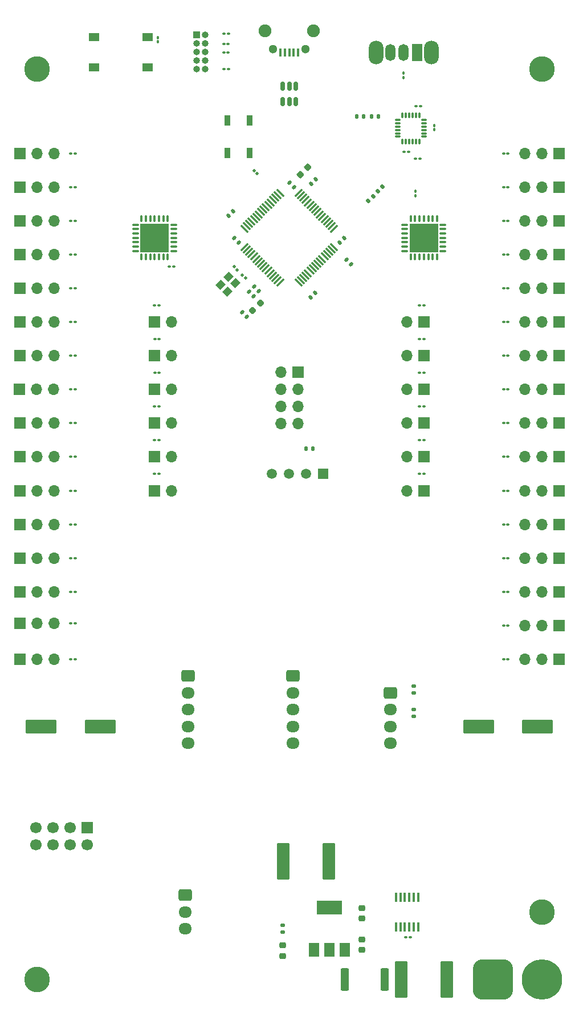
<source format=gts>
%TF.GenerationSoftware,KiCad,Pcbnew,7.0.5*%
%TF.CreationDate,2024-01-08T18:30:08+10:00*%
%TF.ProjectId,HEXCORE PCB Design v1,48455843-4f52-4452-9050-434220446573,rev?*%
%TF.SameCoordinates,Original*%
%TF.FileFunction,Soldermask,Top*%
%TF.FilePolarity,Negative*%
%FSLAX46Y46*%
G04 Gerber Fmt 4.6, Leading zero omitted, Abs format (unit mm)*
G04 Created by KiCad (PCBNEW 7.0.5) date 2024-01-08 18:30:08*
%MOMM*%
%LPD*%
G01*
G04 APERTURE LIST*
G04 Aperture macros list*
%AMRoundRect*
0 Rectangle with rounded corners*
0 $1 Rounding radius*
0 $2 $3 $4 $5 $6 $7 $8 $9 X,Y pos of 4 corners*
0 Add a 4 corners polygon primitive as box body*
4,1,4,$2,$3,$4,$5,$6,$7,$8,$9,$2,$3,0*
0 Add four circle primitives for the rounded corners*
1,1,$1+$1,$2,$3*
1,1,$1+$1,$4,$5*
1,1,$1+$1,$6,$7*
1,1,$1+$1,$8,$9*
0 Add four rect primitives between the rounded corners*
20,1,$1+$1,$2,$3,$4,$5,0*
20,1,$1+$1,$4,$5,$6,$7,0*
20,1,$1+$1,$6,$7,$8,$9,0*
20,1,$1+$1,$8,$9,$2,$3,0*%
%AMRotRect*
0 Rectangle, with rotation*
0 The origin of the aperture is its center*
0 $1 length*
0 $2 width*
0 $3 Rotation angle, in degrees counterclockwise*
0 Add horizontal line*
21,1,$1,$2,0,0,$3*%
G04 Aperture macros list end*
%ADD10RoundRect,0.100000X0.162635X-0.021213X-0.021213X0.162635X-0.162635X0.021213X0.021213X-0.162635X0*%
%ADD11R,0.900000X1.500000*%
%ADD12C,1.500000*%
%ADD13R,1.500000X1.500000*%
%ADD14RoundRect,0.100000X-0.130000X-0.100000X0.130000X-0.100000X0.130000X0.100000X-0.130000X0.100000X0*%
%ADD15R,1.500000X2.000000*%
%ADD16R,3.800000X2.000000*%
%ADD17RoundRect,0.100000X0.130000X0.100000X-0.130000X0.100000X-0.130000X-0.100000X0.130000X-0.100000X0*%
%ADD18R,1.700000X1.700000*%
%ADD19O,1.700000X1.700000*%
%ADD20RoundRect,0.140000X0.219203X0.021213X0.021213X0.219203X-0.219203X-0.021213X-0.021213X-0.219203X0*%
%ADD21RoundRect,0.100000X0.100000X-0.130000X0.100000X0.130000X-0.100000X0.130000X-0.100000X-0.130000X0*%
%ADD22RoundRect,0.250000X-0.725000X0.600000X-0.725000X-0.600000X0.725000X-0.600000X0.725000X0.600000X0*%
%ADD23O,1.950000X1.700000*%
%ADD24R,1.000000X1.000000*%
%ADD25O,1.000000X1.000000*%
%ADD26RoundRect,0.075000X0.075000X-0.437500X0.075000X0.437500X-0.075000X0.437500X-0.075000X-0.437500X0*%
%ADD27RoundRect,0.075000X0.437500X-0.075000X0.437500X0.075000X-0.437500X0.075000X-0.437500X-0.075000X0*%
%ADD28R,4.250000X4.250000*%
%ADD29RoundRect,0.075000X-0.441942X-0.548008X0.548008X0.441942X0.441942X0.548008X-0.548008X-0.441942X0*%
%ADD30RoundRect,0.075000X0.441942X-0.548008X0.548008X-0.441942X-0.441942X0.548008X-0.548008X0.441942X0*%
%ADD31RoundRect,0.225000X0.017678X-0.335876X0.335876X-0.017678X-0.017678X0.335876X-0.335876X0.017678X0*%
%ADD32RoundRect,0.225000X0.250000X-0.225000X0.250000X0.225000X-0.250000X0.225000X-0.250000X-0.225000X0*%
%ADD33RoundRect,0.250000X0.362500X1.425000X-0.362500X1.425000X-0.362500X-1.425000X0.362500X-1.425000X0*%
%ADD34O,2.200000X3.500000*%
%ADD35R,1.500000X2.500000*%
%ADD36O,1.500000X2.500000*%
%ADD37RoundRect,0.075000X-0.350000X-0.075000X0.350000X-0.075000X0.350000X0.075000X-0.350000X0.075000X0*%
%ADD38RoundRect,0.075000X0.075000X-0.350000X0.075000X0.350000X-0.075000X0.350000X-0.075000X-0.350000X0*%
%ADD39RoundRect,0.135000X-0.135000X-0.185000X0.135000X-0.185000X0.135000X0.185000X-0.135000X0.185000X0*%
%ADD40C,3.800000*%
%ADD41RoundRect,0.140000X-0.021213X0.219203X-0.219203X0.021213X0.021213X-0.219203X0.219203X-0.021213X0*%
%ADD42RoundRect,1.500000X-1.500000X-1.500000X1.500000X-1.500000X1.500000X1.500000X-1.500000X1.500000X0*%
%ADD43C,6.000000*%
%ADD44RoundRect,0.140000X0.021213X-0.219203X0.219203X-0.021213X-0.021213X0.219203X-0.219203X0.021213X0*%
%ADD45RoundRect,0.135000X-0.185000X0.135000X-0.185000X-0.135000X0.185000X-0.135000X0.185000X0.135000X0*%
%ADD46RoundRect,0.150000X-0.150000X0.512500X-0.150000X-0.512500X0.150000X-0.512500X0.150000X0.512500X0*%
%ADD47RoundRect,0.250001X2.049999X0.799999X-2.049999X0.799999X-2.049999X-0.799999X2.049999X-0.799999X0*%
%ADD48RoundRect,0.225000X-0.250000X0.225000X-0.250000X-0.225000X0.250000X-0.225000X0.250000X0.225000X0*%
%ADD49RoundRect,0.218750X-0.026517X0.335876X-0.335876X0.026517X0.026517X-0.335876X0.335876X-0.026517X0*%
%ADD50RoundRect,0.250000X-0.712500X-2.475000X0.712500X-2.475000X0.712500X2.475000X-0.712500X2.475000X0*%
%ADD51RoundRect,0.135000X0.185000X-0.135000X0.185000X0.135000X-0.185000X0.135000X-0.185000X-0.135000X0*%
%ADD52RotRect,1.150000X1.000000X225.000000*%
%ADD53RoundRect,0.218750X-0.256250X0.218750X-0.256250X-0.218750X0.256250X-0.218750X0.256250X0.218750X0*%
%ADD54RoundRect,0.135000X0.135000X0.185000X-0.135000X0.185000X-0.135000X-0.185000X0.135000X-0.185000X0*%
%ADD55RoundRect,0.250001X-2.049999X-0.799999X2.049999X-0.799999X2.049999X0.799999X-2.049999X0.799999X0*%
%ADD56RoundRect,0.135000X-0.035355X0.226274X-0.226274X0.035355X0.035355X-0.226274X0.226274X-0.035355X0*%
%ADD57RoundRect,0.140000X-0.219203X-0.021213X-0.021213X-0.219203X0.219203X0.021213X0.021213X0.219203X0*%
%ADD58R,0.450000X1.425000*%
%ADD59R,1.550000X1.300000*%
%ADD60RoundRect,0.100000X-0.162635X0.021213X0.021213X-0.162635X0.162635X-0.021213X-0.021213X0.162635X0*%
%ADD61RoundRect,0.075000X-0.075000X0.437500X-0.075000X-0.437500X0.075000X-0.437500X0.075000X0.437500X0*%
%ADD62RoundRect,0.075000X-0.437500X0.075000X-0.437500X-0.075000X0.437500X-0.075000X0.437500X0.075000X0*%
%ADD63R,0.400000X1.250000*%
%ADD64C,1.300000*%
%ADD65C,1.900000*%
%ADD66RoundRect,0.250000X0.712500X2.475000X-0.712500X2.475000X-0.712500X-2.475000X0.712500X-2.475000X0*%
%ADD67C,1.700000*%
G04 APERTURE END LIST*
D10*
%TO.C,R59*%
X74767678Y-55017678D03*
X75220226Y-55470226D03*
%TD*%
D11*
%TO.C,D3*%
X74100000Y-47550000D03*
X70800000Y-47550000D03*
X70800000Y-52450000D03*
X74100000Y-52450000D03*
%TD*%
D12*
%TO.C,U6*%
X77420000Y-100000000D03*
X79960000Y-100000000D03*
X82500000Y-100000000D03*
D13*
X85040000Y-100000000D03*
%TD*%
D14*
%TO.C,R9*%
X47525000Y-62500000D03*
X48165000Y-62500000D03*
%TD*%
D15*
%TO.C,U8*%
X83650000Y-170650000D03*
X85950000Y-170650000D03*
D16*
X85950000Y-164350000D03*
D15*
X88250000Y-170650000D03*
%TD*%
D14*
%TO.C,R13*%
X47525000Y-82500000D03*
X48165000Y-82500000D03*
%TD*%
D17*
%TO.C,R29*%
X112475000Y-127500000D03*
X111835000Y-127500000D03*
%TD*%
%TO.C,R25*%
X100000000Y-85000000D03*
X99360000Y-85000000D03*
%TD*%
D14*
%TO.C,R57*%
X62180000Y-69250000D03*
X62820000Y-69250000D03*
%TD*%
D18*
%TO.C,J35*%
X120040000Y-97500000D03*
D19*
X117500000Y-97500000D03*
X114960000Y-97500000D03*
%TD*%
D10*
%TO.C,C13*%
X73480277Y-70980277D03*
X73027729Y-70527729D03*
%TD*%
D20*
%TO.C,C7*%
X75428822Y-72928822D03*
X74750000Y-72250000D03*
%TD*%
D14*
%TO.C,R2*%
X60025000Y-85000000D03*
X60665000Y-85000000D03*
%TD*%
D18*
%TO.C,J40*%
X120040000Y-72500000D03*
D19*
X117500000Y-72500000D03*
X114960000Y-72500000D03*
%TD*%
D14*
%TO.C,R12*%
X47525000Y-77500000D03*
X48165000Y-77500000D03*
%TD*%
D18*
%TO.C,J24*%
X100000000Y-92460000D03*
D19*
X97460000Y-92460000D03*
%TD*%
D21*
%TO.C,C10*%
X60500000Y-35915000D03*
X60500000Y-35275000D03*
%TD*%
D22*
%TO.C,J57*%
X64500000Y-162500000D03*
D23*
X64500000Y-165000000D03*
X64500000Y-167500000D03*
%TD*%
D17*
%TO.C,R43*%
X112475000Y-57500000D03*
X111835000Y-57500000D03*
%TD*%
%TO.C,R27*%
X99975000Y-75000000D03*
X99335000Y-75000000D03*
%TD*%
D24*
%TO.C,J55*%
X66270000Y-34920000D03*
D25*
X67540000Y-34920000D03*
X66270000Y-36190000D03*
X67540000Y-36190000D03*
X66270000Y-37460000D03*
X67540000Y-37460000D03*
X66270000Y-38730000D03*
X67540000Y-38730000D03*
X66270000Y-40000000D03*
X67540000Y-40000000D03*
%TD*%
D26*
%TO.C,U3*%
X98050000Y-67837500D03*
X98700000Y-67837500D03*
X99350000Y-67837500D03*
X100000000Y-67837500D03*
X100650000Y-67837500D03*
X101300000Y-67837500D03*
X101950000Y-67837500D03*
D27*
X102837500Y-66950000D03*
X102837500Y-66300000D03*
X102837500Y-65650000D03*
X102837500Y-65000000D03*
X102837500Y-64350000D03*
X102837500Y-63700000D03*
X102837500Y-63050000D03*
D26*
X101950000Y-62162500D03*
X101300000Y-62162500D03*
X100650000Y-62162500D03*
X100000000Y-62162500D03*
X99350000Y-62162500D03*
X98700000Y-62162500D03*
X98050000Y-62162500D03*
D27*
X97162500Y-63050000D03*
X97162500Y-63700000D03*
X97162500Y-64350000D03*
X97162500Y-65000000D03*
X97162500Y-65650000D03*
X97162500Y-66300000D03*
X97162500Y-66950000D03*
D28*
X100000000Y-65000000D03*
%TD*%
D22*
%TO.C,J47*%
X95000000Y-132500000D03*
D23*
X95000000Y-135000000D03*
X95000000Y-137500000D03*
X95000000Y-140000000D03*
%TD*%
D29*
%TO.C,U1*%
X73335519Y-66361181D03*
X73689072Y-66714734D03*
X74042625Y-67068287D03*
X74396179Y-67421841D03*
X74749732Y-67775394D03*
X75103286Y-68128948D03*
X75456839Y-68482501D03*
X75810392Y-68836054D03*
X76163946Y-69189608D03*
X76517499Y-69543161D03*
X76871052Y-69896714D03*
X77224606Y-70250268D03*
X77578159Y-70603821D03*
X77931713Y-70957375D03*
X78285266Y-71310928D03*
X78638819Y-71664481D03*
D30*
X81361181Y-71664481D03*
X81714734Y-71310928D03*
X82068287Y-70957375D03*
X82421841Y-70603821D03*
X82775394Y-70250268D03*
X83128948Y-69896714D03*
X83482501Y-69543161D03*
X83836054Y-69189608D03*
X84189608Y-68836054D03*
X84543161Y-68482501D03*
X84896714Y-68128948D03*
X85250268Y-67775394D03*
X85603821Y-67421841D03*
X85957375Y-67068287D03*
X86310928Y-66714734D03*
X86664481Y-66361181D03*
D29*
X86664481Y-63638819D03*
X86310928Y-63285266D03*
X85957375Y-62931713D03*
X85603821Y-62578159D03*
X85250268Y-62224606D03*
X84896714Y-61871052D03*
X84543161Y-61517499D03*
X84189608Y-61163946D03*
X83836054Y-60810392D03*
X83482501Y-60456839D03*
X83128948Y-60103286D03*
X82775394Y-59749732D03*
X82421841Y-59396179D03*
X82068287Y-59042625D03*
X81714734Y-58689072D03*
X81361181Y-58335519D03*
D30*
X78638819Y-58335519D03*
X78285266Y-58689072D03*
X77931713Y-59042625D03*
X77578159Y-59396179D03*
X77224606Y-59749732D03*
X76871052Y-60103286D03*
X76517499Y-60456839D03*
X76163946Y-60810392D03*
X75810392Y-61163946D03*
X75456839Y-61517499D03*
X75103286Y-61871052D03*
X74749732Y-62224606D03*
X74396179Y-62578159D03*
X74042625Y-62931713D03*
X73689072Y-63285266D03*
X73335519Y-63638819D03*
%TD*%
D18*
%TO.C,J17*%
X39960000Y-102500000D03*
D19*
X42500000Y-102500000D03*
X45040000Y-102500000D03*
%TD*%
D20*
%TO.C,C8*%
X74678822Y-73678822D03*
X74000000Y-73000000D03*
%TD*%
D14*
%TO.C,R21*%
X47525000Y-122184567D03*
X48165000Y-122184567D03*
%TD*%
D31*
%TO.C,C6*%
X81653984Y-55596016D03*
X82750000Y-54500000D03*
%TD*%
D17*
%TO.C,C19*%
X99475000Y-45500000D03*
X98835000Y-45500000D03*
%TD*%
D14*
%TO.C,R7*%
X47525000Y-52500000D03*
X48165000Y-52500000D03*
%TD*%
D17*
%TO.C,R30*%
X112475000Y-122500000D03*
X111835000Y-122500000D03*
%TD*%
D18*
%TO.C,J19*%
X39960000Y-112500000D03*
D19*
X42500000Y-112500000D03*
X45040000Y-112500000D03*
%TD*%
D32*
%TO.C,C15*%
X90750000Y-170650000D03*
X90750000Y-169100000D03*
%TD*%
D21*
%TO.C,R45*%
X97000000Y-41225000D03*
X97000000Y-40585000D03*
%TD*%
D14*
%TO.C,R11*%
X47525000Y-72500000D03*
X48165000Y-72500000D03*
%TD*%
D18*
%TO.C,J38*%
X120080000Y-82500000D03*
D19*
X117540000Y-82500000D03*
X115000000Y-82500000D03*
%TD*%
D22*
%TO.C,J49*%
X80525000Y-130000000D03*
D23*
X80525000Y-132500000D03*
X80525000Y-135000000D03*
X80525000Y-137500000D03*
X80525000Y-140000000D03*
%TD*%
D33*
%TO.C,R56*%
X94212500Y-175000000D03*
X88287500Y-175000000D03*
%TD*%
D34*
%TO.C,SW2*%
X101100000Y-37500000D03*
X92900000Y-37500000D03*
D35*
X99000000Y-37500000D03*
D36*
X97000000Y-37500000D03*
X95000000Y-37500000D03*
%TD*%
D18*
%TO.C,J22*%
X40000000Y-127500000D03*
D19*
X42540000Y-127500000D03*
X45080000Y-127500000D03*
%TD*%
D37*
%TO.C,U7*%
X96100000Y-47500000D03*
X96100000Y-48000000D03*
X96100000Y-48500000D03*
X96100000Y-49000000D03*
X96100000Y-49500000D03*
X96100000Y-50000000D03*
D38*
X96800000Y-50700000D03*
X97300000Y-50700000D03*
X97800000Y-50700000D03*
X98300000Y-50700000D03*
X98800000Y-50700000D03*
X99300000Y-50700000D03*
D37*
X100000000Y-50000000D03*
X100000000Y-49500000D03*
X100000000Y-49000000D03*
X100000000Y-48500000D03*
X100000000Y-48000000D03*
X100000000Y-47500000D03*
D38*
X99300000Y-46800000D03*
X98800000Y-46800000D03*
X98300000Y-46800000D03*
X97800000Y-46800000D03*
X97300000Y-46800000D03*
X96800000Y-46800000D03*
%TD*%
D39*
%TO.C,R62*%
X92230000Y-47000000D03*
X93250000Y-47000000D03*
%TD*%
D18*
%TO.C,J33*%
X120040000Y-107500000D03*
D19*
X117500000Y-107500000D03*
X114960000Y-107500000D03*
%TD*%
D17*
%TO.C,R33*%
X112475000Y-107500000D03*
X111835000Y-107500000D03*
%TD*%
D14*
%TO.C,R8*%
X47525000Y-57500000D03*
X48165000Y-57500000D03*
%TD*%
D40*
%TO.C,H2*%
X117500000Y-40000000D03*
%TD*%
D17*
%TO.C,R38*%
X112475000Y-82500000D03*
X111835000Y-82500000D03*
%TD*%
D40*
%TO.C,H4*%
X117500000Y-165000000D03*
%TD*%
D18*
%TO.C,J10*%
X39960000Y-67500000D03*
D19*
X42500000Y-67500000D03*
X45040000Y-67500000D03*
%TD*%
D14*
%TO.C,R1*%
X60025000Y-80000000D03*
X60665000Y-80000000D03*
%TD*%
D17*
%TO.C,R54*%
X70915000Y-37500000D03*
X70275000Y-37500000D03*
%TD*%
D41*
%TO.C,C3*%
X83839411Y-73160589D03*
X83160589Y-73839411D03*
%TD*%
D18*
%TO.C,J28*%
X100000000Y-102500000D03*
D19*
X97460000Y-102500000D03*
%TD*%
D14*
%TO.C,C18*%
X97085000Y-52250000D03*
X97725000Y-52250000D03*
%TD*%
D42*
%TO.C,J56*%
X110300000Y-175000000D03*
D43*
X117500000Y-175000000D03*
%TD*%
D18*
%TO.C,J12*%
X39960000Y-77500000D03*
D19*
X42500000Y-77500000D03*
X45040000Y-77500000D03*
%TD*%
D14*
%TO.C,R15*%
X47525000Y-92500000D03*
X48165000Y-92500000D03*
%TD*%
D18*
%TO.C,J30*%
X120040000Y-122500000D03*
D19*
X117500000Y-122500000D03*
X114960000Y-122500000D03*
%TD*%
D14*
%TO.C,R3*%
X60000000Y-90000000D03*
X60640000Y-90000000D03*
%TD*%
D18*
%TO.C,J16*%
X40000000Y-97500000D03*
D19*
X42540000Y-97500000D03*
X45080000Y-97500000D03*
%TD*%
D14*
%TO.C,R51*%
X70335000Y-40000000D03*
X70975000Y-40000000D03*
%TD*%
D17*
%TO.C,R34*%
X112475000Y-102500000D03*
X111835000Y-102500000D03*
%TD*%
%TO.C,R23*%
X100000000Y-95000000D03*
X99360000Y-95000000D03*
%TD*%
D21*
%TO.C,R58*%
X98750000Y-58725000D03*
X98750000Y-58085000D03*
%TD*%
D44*
%TO.C,C12*%
X83250000Y-57000000D03*
X83928822Y-56321178D03*
%TD*%
D45*
%TO.C,R50*%
X79000000Y-166980000D03*
X79000000Y-168000000D03*
%TD*%
D14*
%TO.C,R19*%
X47525000Y-112500000D03*
X48165000Y-112500000D03*
%TD*%
D18*
%TO.C,J25*%
X100000000Y-87500000D03*
D19*
X97460000Y-87500000D03*
%TD*%
D18*
%TO.C,J3*%
X60000000Y-92500000D03*
D19*
X62540000Y-92500000D03*
%TD*%
D18*
%TO.C,J15*%
X40000000Y-92500000D03*
D19*
X42540000Y-92500000D03*
X45080000Y-92500000D03*
%TD*%
D18*
%TO.C,J18*%
X39960000Y-107500000D03*
D19*
X42500000Y-107500000D03*
X45040000Y-107500000D03*
%TD*%
D14*
%TO.C,R22*%
X47525000Y-127500000D03*
X48165000Y-127500000D03*
%TD*%
D44*
%TO.C,C1*%
X71000000Y-61750000D03*
X71678822Y-61071178D03*
%TD*%
D46*
%TO.C,U5*%
X80950000Y-42500000D03*
X80000000Y-42500000D03*
X79050000Y-42500000D03*
X79050000Y-44775000D03*
X80000000Y-44775000D03*
X80950000Y-44775000D03*
%TD*%
D47*
%TO.C,C21*%
X116900000Y-137500000D03*
X108100000Y-137500000D03*
%TD*%
D48*
%TO.C,C16*%
X90750000Y-164400000D03*
X90750000Y-165950000D03*
%TD*%
D18*
%TO.C,J1*%
X60000000Y-82500000D03*
D19*
X62540000Y-82500000D03*
%TD*%
D17*
%TO.C,R35*%
X112475000Y-97500000D03*
X111835000Y-97500000D03*
%TD*%
%TO.C,R44*%
X112500000Y-52500000D03*
X111860000Y-52500000D03*
%TD*%
D49*
%TO.C,FB1*%
X75678822Y-74678822D03*
X74565128Y-75792516D03*
%TD*%
D50*
%TO.C,F1*%
X96612500Y-175000000D03*
X103387500Y-175000000D03*
%TD*%
D18*
%TO.C,J13*%
X39960000Y-82500000D03*
D19*
X42500000Y-82500000D03*
X45040000Y-82500000D03*
%TD*%
D18*
%TO.C,J43*%
X120040000Y-57500000D03*
D19*
X117500000Y-57500000D03*
X114960000Y-57500000D03*
%TD*%
D17*
%TO.C,R36*%
X112475000Y-92500000D03*
X111835000Y-92500000D03*
%TD*%
D39*
%TO.C,R63*%
X89990000Y-47010000D03*
X91010000Y-47010000D03*
%TD*%
D14*
%TO.C,R10*%
X47525000Y-67500000D03*
X48165000Y-67500000D03*
%TD*%
D18*
%TO.C,J4*%
X60000000Y-97500000D03*
D19*
X62540000Y-97500000D03*
%TD*%
D17*
%TO.C,C20*%
X99415000Y-53250000D03*
X98775000Y-53250000D03*
%TD*%
D18*
%TO.C,J41*%
X120040000Y-67500000D03*
D19*
X117500000Y-67500000D03*
X114960000Y-67500000D03*
%TD*%
D51*
%TO.C,R48*%
X98500000Y-132500000D03*
X98500000Y-131480000D03*
%TD*%
D18*
%TO.C,J36*%
X120040000Y-92500000D03*
D19*
X117500000Y-92500000D03*
X114960000Y-92500000D03*
%TD*%
D17*
%TO.C,R41*%
X112475000Y-67500000D03*
X111835000Y-67500000D03*
%TD*%
D18*
%TO.C,J42*%
X120080000Y-62500000D03*
D19*
X117540000Y-62500000D03*
X115000000Y-62500000D03*
%TD*%
D18*
%TO.C,J14*%
X39920001Y-87500000D03*
D19*
X42460001Y-87500000D03*
X45000001Y-87500000D03*
%TD*%
D18*
%TO.C,J11*%
X40000000Y-72500000D03*
D19*
X42540000Y-72500000D03*
X45080000Y-72500000D03*
%TD*%
D17*
%TO.C,C23*%
X97975000Y-168750000D03*
X97335000Y-168750000D03*
%TD*%
D18*
%TO.C,J5*%
X60000000Y-102500000D03*
D19*
X62540000Y-102500000D03*
%TD*%
D18*
%TO.C,J7*%
X39960000Y-52500000D03*
D19*
X42500000Y-52500000D03*
X45040000Y-52500000D03*
%TD*%
D18*
%TO.C,J21*%
X40000000Y-122200000D03*
D19*
X42540000Y-122200000D03*
X45080000Y-122200000D03*
%TD*%
D52*
%TO.C,Y1*%
X71010051Y-70760051D03*
X69772614Y-71997488D03*
X70762563Y-72987437D03*
X72000000Y-71750000D03*
%TD*%
D14*
%TO.C,R17*%
X47525000Y-102500000D03*
X48165000Y-102500000D03*
%TD*%
D18*
%TO.C,J23*%
X100000000Y-97500000D03*
D19*
X97460000Y-97500000D03*
%TD*%
D18*
%TO.C,J2*%
X60000000Y-87500000D03*
D19*
X62540000Y-87500000D03*
%TD*%
D20*
%TO.C,C5*%
X80750000Y-57500000D03*
X80071178Y-56821178D03*
%TD*%
%TO.C,C9*%
X73678822Y-76678822D03*
X73000000Y-76000000D03*
%TD*%
D17*
%TO.C,R37*%
X112475000Y-87500000D03*
X111835000Y-87500000D03*
%TD*%
%TO.C,R52*%
X70915000Y-36250000D03*
X70275000Y-36250000D03*
%TD*%
D53*
%TO.C,D1*%
X79000000Y-169925000D03*
X79000000Y-171500000D03*
%TD*%
D18*
%TO.C,J37*%
X120080000Y-87500000D03*
D19*
X117540000Y-87500000D03*
X115000000Y-87500000D03*
%TD*%
D54*
%TO.C,R55*%
X83540000Y-96250000D03*
X82520000Y-96250000D03*
%TD*%
D18*
%TO.C,J27*%
X100000000Y-77500000D03*
D19*
X97460000Y-77500000D03*
%TD*%
D55*
%TO.C,C22*%
X43100000Y-137500000D03*
X51900000Y-137500000D03*
%TD*%
D56*
%TO.C,R47*%
X93846248Y-57403752D03*
X93125000Y-58125000D03*
%TD*%
D44*
%TO.C,C4*%
X87500000Y-65750000D03*
X88178822Y-65071178D03*
%TD*%
D17*
%TO.C,R24*%
X99975000Y-90000000D03*
X99335000Y-90000000D03*
%TD*%
D57*
%TO.C,C11*%
X88500000Y-68250000D03*
X89178822Y-68928822D03*
%TD*%
D58*
%TO.C,IC1*%
X95875000Y-167212000D03*
X96525000Y-167212000D03*
X97175000Y-167212000D03*
X97825000Y-167212000D03*
X98475000Y-167212000D03*
X99125000Y-167212000D03*
X99125000Y-162788000D03*
X98475000Y-162788000D03*
X97825000Y-162788000D03*
X97175000Y-162788000D03*
X96525000Y-162788000D03*
X95875000Y-162788000D03*
%TD*%
D17*
%TO.C,R40*%
X112475000Y-72500000D03*
X111835000Y-72500000D03*
%TD*%
D40*
%TO.C,H3*%
X42500000Y-175000000D03*
%TD*%
D17*
%TO.C,R32*%
X112475000Y-112500000D03*
X111835000Y-112500000D03*
%TD*%
D14*
%TO.C,R14*%
X47525000Y-87500000D03*
X48165000Y-87500000D03*
%TD*%
D18*
%TO.C,J32*%
X120040000Y-112500000D03*
D19*
X117500000Y-112500000D03*
X114960000Y-112500000D03*
%TD*%
D18*
%TO.C,J46*%
X81290000Y-84960000D03*
D19*
X78750000Y-84960000D03*
X81290000Y-87500000D03*
X78750000Y-87500000D03*
X81290000Y-90040000D03*
X78750000Y-90040000D03*
X81290000Y-92580000D03*
X78750000Y-92580000D03*
%TD*%
D20*
%TO.C,C2*%
X72500000Y-65750000D03*
X71821178Y-65071178D03*
%TD*%
D18*
%TO.C,J31*%
X120119999Y-117500000D03*
D19*
X117579999Y-117500000D03*
X115039999Y-117500000D03*
%TD*%
D18*
%TO.C,J34*%
X120040000Y-102500000D03*
D19*
X117500000Y-102500000D03*
X114960000Y-102500000D03*
%TD*%
D14*
%TO.C,R16*%
X47525000Y-97500000D03*
X48165000Y-97500000D03*
%TD*%
D40*
%TO.C,H1*%
X42500000Y-40000000D03*
%TD*%
D17*
%TO.C,R53*%
X70975000Y-34750000D03*
X70335000Y-34750000D03*
%TD*%
%TO.C,R42*%
X112475000Y-62500000D03*
X111835000Y-62500000D03*
%TD*%
D18*
%TO.C,J29*%
X120040000Y-127500000D03*
D19*
X117500000Y-127500000D03*
X114960000Y-127500000D03*
%TD*%
D18*
%TO.C,J44*%
X120040000Y-52500000D03*
D19*
X117500000Y-52500000D03*
X114960000Y-52500000D03*
%TD*%
D18*
%TO.C,J39*%
X120040000Y-77500000D03*
D19*
X117500000Y-77500000D03*
X114960000Y-77500000D03*
%TD*%
D18*
%TO.C,J8*%
X40000000Y-57500000D03*
D19*
X42540000Y-57500000D03*
X45080000Y-57500000D03*
%TD*%
D59*
%TO.C,SW3*%
X58975000Y-39750000D03*
X51025000Y-39750000D03*
X58975000Y-35250000D03*
X51025000Y-35250000D03*
%TD*%
D14*
%TO.C,R6*%
X60000000Y-75000000D03*
X60640000Y-75000000D03*
%TD*%
D18*
%TO.C,J26*%
X100000000Y-82500000D03*
D19*
X97460000Y-82500000D03*
%TD*%
D14*
%TO.C,R18*%
X47525000Y-107500000D03*
X48165000Y-107500000D03*
%TD*%
D17*
%TO.C,R26*%
X99975000Y-80000000D03*
X99335000Y-80000000D03*
%TD*%
D60*
%TO.C,C14*%
X71789825Y-69289825D03*
X72242373Y-69742373D03*
%TD*%
D14*
%TO.C,R20*%
X47525000Y-117500000D03*
X48165000Y-117500000D03*
%TD*%
D61*
%TO.C,U2*%
X61950000Y-62162500D03*
X61300000Y-62162500D03*
X60650000Y-62162500D03*
X60000000Y-62162500D03*
X59350000Y-62162500D03*
X58700000Y-62162500D03*
X58050000Y-62162500D03*
D62*
X57162500Y-63050000D03*
X57162500Y-63700000D03*
X57162500Y-64350000D03*
X57162500Y-65000000D03*
X57162500Y-65650000D03*
X57162500Y-66300000D03*
X57162500Y-66950000D03*
D61*
X58050000Y-67837500D03*
X58700000Y-67837500D03*
X59350000Y-67837500D03*
X60000000Y-67837500D03*
X60650000Y-67837500D03*
X61300000Y-67837500D03*
X61950000Y-67837500D03*
D62*
X62837500Y-66950000D03*
X62837500Y-66300000D03*
X62837500Y-65650000D03*
X62837500Y-65000000D03*
X62837500Y-64350000D03*
X62837500Y-63700000D03*
X62837500Y-63050000D03*
D28*
X60000000Y-65000000D03*
%TD*%
D21*
%TO.C,C17*%
X101500000Y-48975000D03*
X101500000Y-48335000D03*
%TD*%
D17*
%TO.C,R39*%
X112475000Y-77500000D03*
X111835000Y-77500000D03*
%TD*%
D14*
%TO.C,R4*%
X60000000Y-95000000D03*
X60640000Y-95000000D03*
%TD*%
D18*
%TO.C,J20*%
X39960000Y-117500000D03*
D19*
X42500000Y-117500000D03*
X45040000Y-117500000D03*
%TD*%
D56*
%TO.C,R46*%
X92439106Y-58810894D03*
X91717858Y-59532142D03*
%TD*%
D17*
%TO.C,R28*%
X99975000Y-100000000D03*
X99335000Y-100000000D03*
%TD*%
D63*
%TO.C,J45*%
X81300000Y-37500000D03*
X80650000Y-37500000D03*
X80000000Y-37500000D03*
X79350000Y-37500000D03*
X78700000Y-37500000D03*
D64*
X82425000Y-36980000D03*
X77575000Y-36980000D03*
D65*
X83625000Y-34300000D03*
X76375000Y-34300000D03*
%TD*%
D66*
%TO.C,F2*%
X85887500Y-157500000D03*
X79112500Y-157500000D03*
%TD*%
D18*
%TO.C,U4*%
X50000000Y-152460000D03*
D67*
X50000000Y-155000000D03*
X47460000Y-152460000D03*
X47460000Y-155000000D03*
X44920000Y-152460000D03*
X44920000Y-155000000D03*
X42380000Y-152460000D03*
X42380000Y-155000000D03*
%TD*%
D18*
%TO.C,J6*%
X60000000Y-77500000D03*
D19*
X62540000Y-77500000D03*
%TD*%
D14*
%TO.C,R5*%
X60000000Y-100000000D03*
X60640000Y-100000000D03*
%TD*%
D22*
%TO.C,J48*%
X65000000Y-130000000D03*
D23*
X65000000Y-132500000D03*
X65000000Y-135000000D03*
X65000000Y-137500000D03*
X65000000Y-140000000D03*
%TD*%
D17*
%TO.C,R31*%
X112475000Y-117500000D03*
X111835000Y-117500000D03*
%TD*%
D18*
%TO.C,J9*%
X39960000Y-62500000D03*
D19*
X42500000Y-62500000D03*
X45040000Y-62500000D03*
%TD*%
D51*
%TO.C,R49*%
X98500000Y-136000000D03*
X98500000Y-134980000D03*
%TD*%
M02*

</source>
